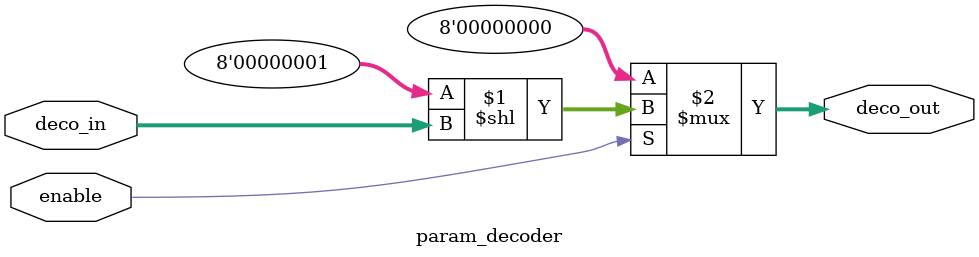
<source format=sv>
module param_decoder #(parameter DEPTH = 8) (
    input  logic [$clog2(DEPTH)-1:0]  deco_in,    //  N-bit select input
    output logic [DEPTH-1:0]          deco_out,  //  M-bit out 
    input  logic                      enable        //  Enable for the decoder
    );
//--------------Code Starts Here----------------------- 
assign deco_out = (enable) ? ({{(DEPTH-1){1'b0}},1'b1}  << deco_in) : {DEPTH{1'b0}} ;
//assign deco_out = (enable) ? (1  << deco_in) : {DEPTH{1'b0}} ;
endmodule
</source>
